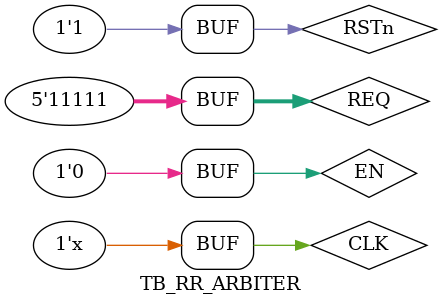
<source format=sv>
`timescale 1ns/1ps
module TB_RR_ARBITER();
logic CLK, RSTn, EN;
always #10 CLK = ~CLK;	// 500 MHz clock generation

logic [4:0] REQ, GRT;
RR_ARBITER #(.NR(5)) dut_rr_arbiter(
	.CLK(CLK),
	.RSTn(RSTn),
	.REQ(REQ),
	.EN(EN),
	.GRT(GRT)
);

initial begin
	REQ = 5'b10000;
	CLK = 0;
	RSTn = 0;
	EN   = 0;

	#20 RSTn = 1; EN = 1;

	#55
	REQ <= 5'b10001; #20
	REQ <= 5'b00001; #20
	REQ <= 5'b00010; #20
	REQ <= 5'b11100; #20
	REQ <= 5'b01000; #20
	REQ <= 5'b10000; #20

	REQ <= 5'b01111; #20
	REQ <= 5'b10111; #20
	REQ <= 5'b11011; #20
	REQ <= 5'b11101; #20
	REQ <= 5'b11110; #20
	REQ <= 5'b11111; #100
	EN  <= 0;
end

endmodule


</source>
